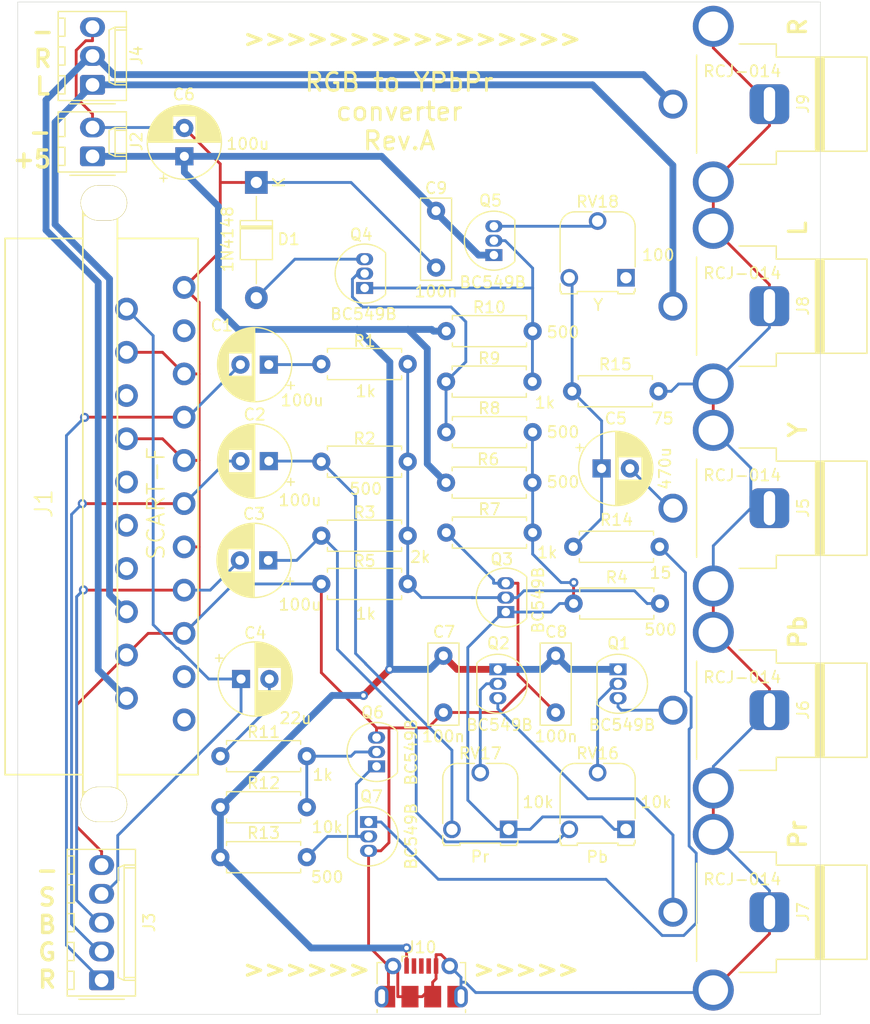
<source format=kicad_pcb>
(kicad_pcb (version 20171130) (host pcbnew "(5.1.12)-1")
  (layers (0 F.Cu signal) (31 B.Cu signal) (34 B.Paste user hide) (35 F.Paste user hide) (36 B.SilkS user hide) (37 F.SilkS user hide) (38 B.Mask user hide) (39 F.Mask user hide) (44 Edge.Cuts user))
  (net 0 "")
  (net 1 R_IN)
  (net 2 "Net-(C1-Pad1)")
  (net 3 G_IN)
  (net 4 "Net-(C2-Pad1)")
  (net 5 B_IN)
  (net 6 "Net-(C3-Pad1)")
  (net 7 "Net-(C4-Pad2)")
  (net 8 CSYNC_IN)
  (net 9 Y_OUT)
  (net 10 "Net-(C5-Pad1)")
  (net 11 "Net-(D1-Pad2)")
  (net 12 GND)
  (net 13 Audio_L)
  (net 14 Audio_R)
  (net 15 +5V)
  (net 16 Pb_OUT)
  (net 17 Pr_OUT)
  (net 18 "Net-(Q1-Pad2)")
  (net 19 "Net-(Q2-Pad2)")
  (net 20 "Net-(Q3-Pad1)")
  (net 21 "Net-(Q3-Pad2)")
  (net 22 "Net-(Q4-Pad1)")
  (net 23 "Net-(Q4-Pad2)")
  (net 24 "Net-(Q5-Pad3)")
  (net 25 "Net-(Q6-Pad1)")
  (net 26 "Net-(Q6-Pad2)")
  (net 27 "Net-(Q7-Pad1)")
  (module Connector_USB:USB_Micro-B_Molex-105017-0001 (layer F.Cu) (at 145.7 138.7)
    (fp_text reference J10 (at 0 -3.1125) (layer F.SilkS))
    (fp_text value USB_B_Micro)
    (pad 6 smd rect (at -2.9 1.2375) (size 1.2 1.9) (layers F.Cu F.Mask) (net 12 GND))
    (pad 6 smd rect (at 2.9 1.2375) (size 1.2 1.9) (layers F.Cu F.Mask) (net 12 GND))
    (pad 6 thru_hole oval (at 3.5 1.2375) (size 1.2 1.9) (drill oval 0.6 1.3) (layers *.Cu *.Mask) (net 12 GND))
    (pad 6 thru_hole oval (at -3.5 1.2375 180) (size 1.2 1.9) (drill oval 0.6 1.3) (layers *.Cu *.Mask) (net 12 GND))
    (pad 6 smd rect (at -1 1.2375) (size 1.5 1.9) (layers F.Cu F.Paste F.Mask) (net 12 GND))
    (pad 6 thru_hole circle (at 2.5 -1.4625) (size 1.45 1.45) (drill 0.85) (layers *.Cu *.Mask) (net 12 GND))
    (pad 3 smd rect (at 0 -1.4625) (size 0.4 1.35) (layers F.Cu F.Paste F.Mask))
    (pad 4 smd rect (at 0.65 -1.4625) (size 0.4 1.35) (layers F.Cu F.Paste F.Mask))
    (pad 5 smd rect (at 1.3 -1.4625) (size 0.4 1.35) (layers F.Cu F.Paste F.Mask) (net 12 GND))
    (pad 1 smd rect (at -1.3 -1.4625) (size 0.4 1.35) (layers F.Cu F.Paste F.Mask) (net 15 +5V))
    (pad 2 smd rect (at -0.65 -1.4625) (size 0.4 1.35) (layers F.Cu F.Paste F.Mask))
    (pad 6 thru_hole circle (at -2.5 -1.4625) (size 1.45 1.45) (drill 0.85) (layers *.Cu *.Mask) (net 12 GND))
    (pad 6 smd rect (at 1 1.2375) (size 1.5 1.9) (layers F.Cu F.Paste F.Mask) (net 12 GND))
  )
  (module my:SCART (layer F.Cu) (at 117.5 96.5 270)
    (fp_text reference J1 (at 0 5.10032 90) (layer F.SilkS) (effects (font (size 1.5 1.5))))
    (fp_text value SCART-F (at -0.025 -4.8 90) (layer F.SilkS) (effects (font (size 1.5 1.5))))
    (pad "" np_thru_hole oval (at 26.49982 -0.20066 270) (size 3.1 4.1) (drill oval 3 4) (layers *.Cu *.Mask F.SilkS))
    (pad 1 thru_hole circle (at 19.05 -7.27964 270) (size 1.99898 1.99898) (drill 1.19888) (layers *.Cu *.Mask))
    (pad 2 thru_hole circle (at 17.145 -2.19964 270) (size 1.99898 1.99898) (drill 1.19888) (layers *.Cu *.Mask) (net 14 Audio_R))
    (pad 3 thru_hole circle (at 15.24 -7.27964 270) (size 1.99898 1.99898) (drill 1.19888) (layers *.Cu *.Mask))
    (pad 4 thru_hole circle (at 13.335 -2.19964 270) (size 1.99898 1.99898) (drill 1.19888) (layers *.Cu *.Mask) (net 12 GND))
    (pad 5 thru_hole circle (at 11.43 -7.27964 270) (size 1.99898 1.99898) (drill 1.19888) (layers *.Cu *.Mask) (net 12 GND))
    (pad 6 thru_hole circle (at 9.525 -2.19964 270) (size 1.99898 1.99898) (drill 1.19888) (layers *.Cu *.Mask) (net 13 Audio_L))
    (pad 7 thru_hole circle (at 7.62 -7.27964 270) (size 1.99898 1.99898) (drill 1.19888) (layers *.Cu *.Mask) (net 5 B_IN))
    (pad 8 thru_hole circle (at 5.715 -2.19964 270) (size 1.99898 1.99898) (drill 1.19888) (layers *.Cu *.Mask))
    (pad 9 thru_hole circle (at 3.81 -7.27964 270) (size 1.99898 1.99898) (drill 1.19888) (layers *.Cu *.Mask) (net 12 GND))
    (pad 10 thru_hole circle (at 1.905 -2.19964 270) (size 1.99898 1.99898) (drill 1.19888) (layers *.Cu *.Mask))
    (pad 11 thru_hole circle (at 0 -7.27964 270) (size 1.99898 1.99898) (drill 1.19888) (layers *.Cu *.Mask) (net 3 G_IN))
    (pad 12 thru_hole circle (at -1.905 -2.19964 270) (size 1.99898 1.99898) (drill 1.19888) (layers *.Cu *.Mask))
    (pad 13 thru_hole circle (at -3.81 -7.27964 270) (size 1.99898 1.99898) (drill 1.19888) (layers *.Cu *.Mask) (net 12 GND))
    (pad 14 thru_hole circle (at -5.715 -2.19964 270) (size 1.99898 1.99898) (drill 1.19888) (layers *.Cu *.Mask) (net 12 GND))
    (pad 15 thru_hole circle (at -7.62 -7.27964 270) (size 1.99898 1.99898) (drill 1.19888) (layers *.Cu *.Mask) (net 1 R_IN))
    (pad 16 thru_hole circle (at -9.525 -2.19964 270) (size 1.99898 1.99898) (drill 1.19888) (layers *.Cu *.Mask))
    (pad 17 thru_hole circle (at -11.43 -7.27964 270) (size 1.99898 1.99898) (drill 1.19888) (layers *.Cu *.Mask) (net 12 GND))
    (pad 18 thru_hole circle (at -13.335 -2.19964 270) (size 1.99898 1.99898) (drill 1.19888) (layers *.Cu *.Mask) (net 12 GND))
    (pad 19 thru_hole circle (at -15.24 -7.27964 270) (size 1.99898 1.99898) (drill 1.19888) (layers *.Cu *.Mask))
    (pad 20 thru_hole circle (at -17.145 -2.19964 270) (size 1.99898 1.99898) (drill 1.19888) (layers *.Cu *.Mask) (net 8 CSYNC_IN))
    (pad 21 thru_hole circle (at -19.05 -7.27964 270) (size 1.99898 1.99898) (drill 1.19888) (layers *.Cu *.Mask) (net 12 GND))
    (pad "" np_thru_hole oval (at -26.49982 -0.20066 270) (size 3.1 4.1) (drill oval 3 4) (layers *.Cu *.Mask F.SilkS))
  )
  (module Potentiometer_THT:Potentiometer_Runtron_RM-065_Vertical (layer F.Cu) (at 153.4 125.2 180)
    (fp_text reference RV17 (at 2.5 6.7) (layer F.SilkS))
    (fp_text value 10k)
    (fp_text user Pr (at 2.525 -2.4 180) (layer F.SilkS))
    (fp_text user %V (at -2.6 2.4 180) (layer F.SilkS))
    (pad 2 thru_hole circle (at 2.5 5 180) (size 1.55 1.55) (drill 1) (layers *.Cu *.Mask) (net 19 "Net-(Q2-Pad2)"))
    (pad 1 thru_hole rect (at 0 0 180) (size 1.55 1.55) (drill 1) (layers *.Cu *.Mask) (net 20 "Net-(Q3-Pad1)"))
    (pad 3 thru_hole circle (at 5 0 180) (size 1.55 1.55) (drill 1) (layers *.Cu *.Mask) (net 4 "Net-(C2-Pad1)"))
  )
  (module Capacitor_THT:C_Disc_D7.0mm_W2.5mm_P5.00mm (layer F.Cu) (at 147 75.7 90)
    (fp_text reference C9 (at 7 0 180) (layer F.SilkS))
    (fp_text value 100n)
    (fp_text user %V (at -2.1 0 180) (layer F.SilkS))
    (pad 2 thru_hole circle (at 5 0 90) (size 1.6 1.6) (drill 0.8) (layers *.Cu *.Mask) (net 15 +5V))
    (pad 1 thru_hole circle (at 0 0 90) (size 1.6 1.6) (drill 0.8) (layers *.Cu *.Mask) (net 12 GND))
  )
  (module Capacitor_THT:C_Disc_D7.0mm_W2.5mm_P5.00mm (layer F.Cu) (at 157.55 109.9 270)
    (fp_text reference C8 (at -2.1 -0.05 180) (layer F.SilkS))
    (fp_text value 100n)
    (fp_text user %V (at 7.1 -0.05) (layer F.SilkS))
    (pad 2 thru_hole circle (at 5 0 270) (size 1.6 1.6) (drill 0.8) (layers *.Cu *.Mask) (net 12 GND))
    (pad 1 thru_hole circle (at 0 0 270) (size 1.6 1.6) (drill 0.8) (layers *.Cu *.Mask) (net 15 +5V))
  )
  (module Capacitor_THT:C_Disc_D7.0mm_W2.5mm_P5.00mm (layer F.Cu) (at 147.65 109.9 270)
    (fp_text reference C7 (at -2.1 -0.05 180) (layer F.SilkS))
    (fp_text value 100n)
    (fp_text user %V (at 7.1 0) (layer F.SilkS))
    (pad 2 thru_hole circle (at 5 0 270) (size 1.6 1.6) (drill 0.8) (layers *.Cu *.Mask) (net 12 GND))
    (pad 1 thru_hole circle (at 0 0 270) (size 1.6 1.6) (drill 0.8) (layers *.Cu *.Mask) (net 15 +5V))
  )
  (module Capacitor_THT:CP_Radial_D6.3mm_P2.50mm (layer F.Cu) (at 124.8 65.9 90)
    (fp_text reference C6 (at 5.45 -0.05 180) (layer F.SilkS))
    (fp_text value 100u)
    (fp_text user %V (at 1.1 5.6 180) (layer F.SilkS))
    (pad 2 thru_hole circle (at 2.5 0 90) (size 1.6 1.6) (drill 0.8) (layers *.Cu *.Mask) (net 12 GND))
    (pad 1 thru_hole rect (at 0 0 90) (size 1.6 1.6) (drill 0.8) (layers *.Cu *.Mask) (net 15 +5V))
  )
  (module MountingHole:MountingHole_3.2mm_M3 (layer F.Cu) (at 164.3 137.625)
    (fp_text reference H4 hide)
    (fp_text value MountingHole)
    (pad 1 np_thru_hole circle (at 0 0) (size 3.2 3.2) (drill 3.2) (layers *.Cu *.Mask))
  )
  (module MountingHole:MountingHole_3.2mm_M3 (layer F.Cu) (at 164.3 55.6 180)
    (fp_text reference H3 hide)
    (fp_text value MountingHole)
    (pad 1 np_thru_hole circle (at 0 0 180) (size 3.2 3.2) (drill 3.2) (layers *.Cu *.Mask))
  )
  (module MountingHole:MountingHole_3.2mm_M3 (layer F.Cu) (at 125.4 137.625)
    (fp_text reference H2 hide)
    (fp_text value MountingHole)
    (pad 1 np_thru_hole circle (at 0 0) (size 3.2 3.2) (drill 3.2) (layers *.Cu *.Mask))
  )
  (module MountingHole:MountingHole_3.2mm_M3 (layer F.Cu) (at 125.4 55.6 180)
    (fp_text reference H1 hide)
    (fp_text value MountingHole)
    (pad 1 np_thru_hole circle (at 0 0 180) (size 3.2 3.2) (drill 3.2) (layers *.Cu *.Mask))
  )
  (module Potentiometer_THT:Potentiometer_Runtron_RM-065_Vertical (layer F.Cu) (at 163.75 76.6 180)
    (fp_text reference RV18 (at 2.5 6.7) (layer F.SilkS))
    (fp_text value 100)
    (fp_text user Y (at 2.45 -2.4 180) (layer F.SilkS))
    (fp_text user %V (at -2.85 2 180) (layer F.SilkS))
    (pad 3 thru_hole circle (at 5 0 180) (size 1.55 1.55) (drill 1) (layers *.Cu *.Mask) (net 10 "Net-(C5-Pad1)"))
    (pad 1 thru_hole rect (at 0 0 180) (size 1.55 1.55) (drill 1) (layers *.Cu *.Mask))
    (pad 2 thru_hole circle (at 2.5 5 180) (size 1.55 1.55) (drill 1) (layers *.Cu *.Mask) (net 24 "Net-(Q5-Pad3)"))
  )
  (module Potentiometer_THT:Potentiometer_Runtron_RM-065_Vertical (layer F.Cu) (at 163.75 125.2 180)
    (fp_text reference RV16 (at 2.5 6.7) (layer F.SilkS))
    (fp_text value 10k)
    (fp_text user Pb (at 2.525 -2.425 180) (layer F.SilkS))
    (fp_text user %V (at -2.65 2.4 180) (layer F.SilkS))
    (pad 2 thru_hole circle (at 2.5 5 180) (size 1.55 1.55) (drill 1) (layers *.Cu *.Mask) (net 18 "Net-(Q1-Pad2)"))
    (pad 1 thru_hole rect (at 0 0 180) (size 1.55 1.55) (drill 1) (layers *.Cu *.Mask) (net 20 "Net-(Q3-Pad1)"))
    (pad 3 thru_hole circle (at 5 0 180) (size 1.55 1.55) (drill 1) (layers *.Cu *.Mask) (net 6 "Net-(C3-Pad1)"))
  )
  (module Resistor_THT:R_Axial_DIN0207_L6.3mm_D2.5mm_P7.62mm_Horizontal (layer F.Cu) (at 159 86.6)
    (fp_text reference R15 (at 3.81 -2.37) (layer F.SilkS))
    (fp_text value 75)
    (fp_text user %V (at 8 2.4) (layer F.SilkS))
    (pad 2 thru_hole oval (at 7.62 0) (size 1.6 1.6) (drill 0.8) (layers *.Cu *.Mask) (net 12 GND))
    (pad 1 thru_hole circle (at 0 0) (size 1.6 1.6) (drill 0.8) (layers *.Cu *.Mask) (net 10 "Net-(C5-Pad1)"))
  )
  (module Resistor_THT:R_Axial_DIN0207_L6.3mm_D2.5mm_P7.62mm_Horizontal (layer F.Cu) (at 159.1 100.3)
    (fp_text reference R14 (at 3.81 -2.37) (layer F.SilkS))
    (fp_text value 15)
    (fp_text user %V (at 7.7 2.3) (layer F.SilkS))
    (pad 2 thru_hole oval (at 7.62 0) (size 1.6 1.6) (drill 0.8) (layers *.Cu *.Mask) (net 27 "Net-(Q7-Pad1)"))
    (pad 1 thru_hole circle (at 0 0) (size 1.6 1.6) (drill 0.8) (layers *.Cu *.Mask) (net 10 "Net-(C5-Pad1)"))
  )
  (module Resistor_THT:R_Axial_DIN0207_L6.3mm_D2.5mm_P7.62mm_Horizontal (layer F.Cu) (at 135.6 127.65 180)
    (fp_text reference R13 (at 3.81 2.13) (layer F.SilkS))
    (fp_text value 500)
    (fp_text user %V (at -1.8 -1.75 180) (layer F.SilkS))
    (pad 2 thru_hole oval (at 7.62 0 180) (size 1.6 1.6) (drill 0.8) (layers *.Cu *.Mask) (net 15 +5V))
    (pad 1 thru_hole circle (at 0 0 180) (size 1.6 1.6) (drill 0.8) (layers *.Cu *.Mask) (net 25 "Net-(Q6-Pad1)"))
  )
  (module Resistor_THT:R_Axial_DIN0207_L6.3mm_D2.5mm_P7.62mm_Horizontal (layer F.Cu) (at 135.6 123.25 180)
    (fp_text reference R12 (at 3.81 2.13) (layer F.SilkS))
    (fp_text value 10k)
    (fp_text user %V (at -1.8 -1.75 180) (layer F.SilkS))
    (pad 2 thru_hole oval (at 7.62 0 180) (size 1.6 1.6) (drill 0.8) (layers *.Cu *.Mask) (net 15 +5V))
    (pad 1 thru_hole circle (at 0 0 180) (size 1.6 1.6) (drill 0.8) (layers *.Cu *.Mask) (net 26 "Net-(Q6-Pad2)"))
  )
  (module Resistor_THT:R_Axial_DIN0207_L6.3mm_D2.5mm_P7.62mm_Horizontal (layer F.Cu) (at 135.6 118.75 180)
    (fp_text reference R11 (at 3.81 2.13) (layer F.SilkS))
    (fp_text value 1k)
    (fp_text user %V (at -1.4 -1.65 180) (layer F.SilkS))
    (pad 2 thru_hole oval (at 7.62 0 180) (size 1.6 1.6) (drill 0.8) (layers *.Cu *.Mask) (net 7 "Net-(C4-Pad2)"))
    (pad 1 thru_hole circle (at 0 0 180) (size 1.6 1.6) (drill 0.8) (layers *.Cu *.Mask) (net 26 "Net-(Q6-Pad2)"))
  )
  (module Resistor_THT:R_Axial_DIN0207_L6.3mm_D2.5mm_P7.62mm_Horizontal (layer F.Cu) (at 147.9 81.3)
    (fp_text reference R10 (at 3.8 -2.1) (layer F.SilkS))
    (fp_text value 500)
    (fp_text user %V (at 10.3 0.1) (layer F.SilkS))
    (pad 1 thru_hole circle (at 0 0) (size 1.6 1.6) (drill 0.8) (layers *.Cu *.Mask) (net 15 +5V))
    (pad 2 thru_hole oval (at 7.62 0) (size 1.6 1.6) (drill 0.8) (layers *.Cu *.Mask) (net 22 "Net-(Q4-Pad1)"))
  )
  (module Resistor_THT:R_Axial_DIN0207_L6.3mm_D2.5mm_P7.62mm_Horizontal (layer F.Cu) (at 155.5 85.75 180)
    (fp_text reference R9 (at 3.81 2.05) (layer F.SilkS))
    (fp_text value 1k)
    (fp_text user %V (at -1.1 -1.85 180) (layer F.SilkS))
    (pad 1 thru_hole circle (at 0 0 180) (size 1.6 1.6) (drill 0.8) (layers *.Cu *.Mask) (net 22 "Net-(Q4-Pad1)"))
    (pad 2 thru_hole oval (at 7.62 0 180) (size 1.6 1.6) (drill 0.8) (layers *.Cu *.Mask) (net 23 "Net-(Q4-Pad2)"))
  )
  (module Resistor_THT:R_Axial_DIN0207_L6.3mm_D2.5mm_P7.62mm_Horizontal (layer F.Cu) (at 147.9 90.2)
    (fp_text reference R8 (at 3.8 -2.1) (layer F.SilkS))
    (fp_text value 500)
    (fp_text user %V (at 10.3 0) (layer F.SilkS))
    (pad 1 thru_hole circle (at 0 0) (size 1.6 1.6) (drill 0.8) (layers *.Cu *.Mask) (net 23 "Net-(Q4-Pad2)"))
    (pad 2 thru_hole oval (at 7.62 0) (size 1.6 1.6) (drill 0.8) (layers *.Cu *.Mask) (net 20 "Net-(Q3-Pad1)"))
  )
  (module Resistor_THT:R_Axial_DIN0207_L6.3mm_D2.5mm_P7.62mm_Horizontal (layer F.Cu) (at 147.9 99.05)
    (fp_text reference R7 (at 3.81 -2.05) (layer F.SilkS))
    (fp_text value 1k)
    (fp_text user %V (at 8.9 1.75) (layer F.SilkS))
    (pad 1 thru_hole circle (at 0 0) (size 1.6 1.6) (drill 0.8) (layers *.Cu *.Mask) (net 12 GND))
    (pad 2 thru_hole oval (at 7.62 0) (size 1.6 1.6) (drill 0.8) (layers *.Cu *.Mask) (net 20 "Net-(Q3-Pad1)"))
  )
  (module Resistor_THT:R_Axial_DIN0207_L6.3mm_D2.5mm_P7.62mm_Horizontal (layer F.Cu) (at 155.5 94.65 180)
    (fp_text reference R6 (at 3.9 2.05) (layer F.SilkS))
    (fp_text value 500)
    (fp_text user %V (at -2.7 0.05 180) (layer F.SilkS))
    (pad 1 thru_hole circle (at 0 0 180) (size 1.6 1.6) (drill 0.8) (layers *.Cu *.Mask) (net 20 "Net-(Q3-Pad1)"))
    (pad 2 thru_hole oval (at 7.62 0 180) (size 1.6 1.6) (drill 0.8) (layers *.Cu *.Mask) (net 15 +5V))
  )
  (module Resistor_THT:R_Axial_DIN0207_L6.3mm_D2.5mm_P7.62mm_Horizontal (layer F.Cu) (at 144.5 103.575 180)
    (fp_text reference R5 (at 3.81 2.025) (layer F.SilkS))
    (fp_text value 1k)
    (fp_text user %V (at 3.7 -2.625 180) (layer F.SilkS))
    (pad 2 thru_hole oval (at 7.62 0 180) (size 1.6 1.6) (drill 0.8) (layers *.Cu *.Mask) (net 12 GND))
    (pad 1 thru_hole circle (at 0 0 180) (size 1.6 1.6) (drill 0.8) (layers *.Cu *.Mask) (net 21 "Net-(Q3-Pad2)"))
  )
  (module Resistor_THT:R_Axial_DIN0207_L6.3mm_D2.5mm_P7.62mm_Horizontal (layer F.Cu) (at 166.75 105.3 180)
    (fp_text reference R4 (at 3.81 2.3) (layer F.SilkS))
    (fp_text value 500)
    (fp_text user %V (at -0.05 -2.3 180) (layer F.SilkS))
    (pad 2 thru_hole oval (at 7.62 0 180) (size 1.6 1.6) (drill 0.8) (layers *.Cu *.Mask) (net 20 "Net-(Q3-Pad1)"))
    (pad 1 thru_hole circle (at 0 0 180) (size 1.6 1.6) (drill 0.8) (layers *.Cu *.Mask) (net 21 "Net-(Q3-Pad2)"))
  )
  (module Resistor_THT:R_Axial_DIN0207_L6.3mm_D2.5mm_P7.62mm_Horizontal (layer F.Cu) (at 144.5 99.325 180)
    (fp_text reference R3 (at 3.81 2.05) (layer F.SilkS))
    (fp_text value 2k)
    (fp_text user %V (at -1.1 -1.875 180) (layer F.SilkS))
    (pad 2 thru_hole oval (at 7.62 0 180) (size 1.6 1.6) (drill 0.8) (layers *.Cu *.Mask) (net 6 "Net-(C3-Pad1)"))
    (pad 1 thru_hole circle (at 0 0 180) (size 1.6 1.6) (drill 0.8) (layers *.Cu *.Mask) (net 21 "Net-(Q3-Pad2)"))
  )
  (module Resistor_THT:R_Axial_DIN0207_L6.3mm_D2.5mm_P7.62mm_Horizontal (layer F.Cu) (at 144.5 92.8 180)
    (fp_text reference R2 (at 3.81 2.03) (layer F.SilkS))
    (fp_text value 500)
    (fp_text user %V (at 3.7 -2.4 180) (layer F.SilkS))
    (pad 2 thru_hole oval (at 7.62 0 180) (size 1.6 1.6) (drill 0.8) (layers *.Cu *.Mask) (net 4 "Net-(C2-Pad1)"))
    (pad 1 thru_hole circle (at 0 0 180) (size 1.6 1.6) (drill 0.8) (layers *.Cu *.Mask) (net 21 "Net-(Q3-Pad2)"))
  )
  (module Resistor_THT:R_Axial_DIN0207_L6.3mm_D2.5mm_P7.62mm_Horizontal (layer F.Cu) (at 144.5 84.2 180)
    (fp_text reference R1 (at 3.81 2.03) (layer F.SilkS))
    (fp_text value 1k)
    (fp_text user %V (at 3.7 -2.4 180) (layer F.SilkS))
    (pad 2 thru_hole oval (at 7.62 0 180) (size 1.6 1.6) (drill 0.8) (layers *.Cu *.Mask) (net 2 "Net-(C1-Pad1)"))
    (pad 1 thru_hole circle (at 0 0 180) (size 1.6 1.6) (drill 0.8) (layers *.Cu *.Mask) (net 21 "Net-(Q3-Pad2)"))
  )
  (module Package_TO_SOT_THT:TO-92_Inline (layer F.Cu) (at 141.05 124.55 270)
    (fp_text reference Q7 (at -2.25 -0.25 180) (layer F.SilkS))
    (fp_text value BC549B)
    (fp_text user %V (at 1.25 -3.75 90) (layer F.SilkS))
    (pad 1 thru_hole rect (at 0 0 270) (size 1.05 1.5) (drill 0.75) (layers *.Cu *.Mask) (net 27 "Net-(Q7-Pad1)"))
    (pad 3 thru_hole oval (at 2.54 0 270) (size 1.05 1.5) (drill 0.75) (layers *.Cu *.Mask) (net 12 GND))
    (pad 2 thru_hole oval (at 1.27 0 270) (size 1.05 1.5) (drill 0.75) (layers *.Cu *.Mask) (net 25 "Net-(Q6-Pad1)"))
  )
  (module Package_TO_SOT_THT:TO-92_Inline (layer F.Cu) (at 141.75 119.65 90)
    (fp_text reference Q6 (at 4.75 -0.35 180) (layer F.SilkS))
    (fp_text value BC549B)
    (fp_text user %V (at 1.25 3.05 90) (layer F.SilkS))
    (pad 1 thru_hole rect (at 0 0 90) (size 1.05 1.5) (drill 0.75) (layers *.Cu *.Mask) (net 25 "Net-(Q6-Pad1)"))
    (pad 3 thru_hole oval (at 2.54 0 90) (size 1.05 1.5) (drill 0.75) (layers *.Cu *.Mask) (net 12 GND))
    (pad 2 thru_hole oval (at 1.27 0 90) (size 1.05 1.5) (drill 0.75) (layers *.Cu *.Mask) (net 26 "Net-(Q6-Pad2)"))
  )
  (module Package_TO_SOT_THT:TO-92_Inline (layer F.Cu) (at 152.1 74.6 90)
    (fp_text reference Q5 (at 4.8 -0.3 180) (layer F.SilkS))
    (fp_text value BC549B)
    (fp_text user %V (at -2.4 -0.1 180) (layer F.SilkS))
    (pad 1 thru_hole rect (at 0 0 90) (size 1.05 1.5) (drill 0.75) (layers *.Cu *.Mask) (net 15 +5V))
    (pad 3 thru_hole oval (at 2.54 0 90) (size 1.05 1.5) (drill 0.75) (layers *.Cu *.Mask) (net 24 "Net-(Q5-Pad3)"))
    (pad 2 thru_hole oval (at 1.27 0 90) (size 1.05 1.5) (drill 0.75) (layers *.Cu *.Mask) (net 22 "Net-(Q4-Pad1)"))
  )
  (module Package_TO_SOT_THT:TO-92_Inline (layer F.Cu) (at 140.7 77.5 90)
    (fp_text reference Q4 (at 4.7 -0.3 180) (layer F.SilkS))
    (fp_text value BC549B)
    (fp_text user %V (at -2.3 -0.1 180) (layer F.SilkS))
    (pad 1 thru_hole rect (at 0 0 90) (size 1.05 1.5) (drill 0.75) (layers *.Cu *.Mask) (net 22 "Net-(Q4-Pad1)"))
    (pad 3 thru_hole oval (at 2.54 0 90) (size 1.05 1.5) (drill 0.75) (layers *.Cu *.Mask) (net 11 "Net-(D1-Pad2)"))
    (pad 2 thru_hole oval (at 1.27 0 90) (size 1.05 1.5) (drill 0.75) (layers *.Cu *.Mask) (net 23 "Net-(Q4-Pad2)"))
  )
  (module Package_TO_SOT_THT:TO-92_Inline (layer F.Cu) (at 153.15 106.05 90)
    (fp_text reference Q3 (at 4.65 -0.35 180) (layer F.SilkS))
    (fp_text value BC549B)
    (fp_text user %V (at 1.05 2.85 90) (layer F.SilkS))
    (pad 2 thru_hole oval (at 1.27 0 90) (size 1.05 1.5) (drill 0.75) (layers *.Cu *.Mask) (net 21 "Net-(Q3-Pad2)"))
    (pad 3 thru_hole oval (at 2.54 0 90) (size 1.05 1.5) (drill 0.75) (layers *.Cu *.Mask) (net 12 GND))
    (pad 1 thru_hole rect (at 0 0 90) (size 1.05 1.5) (drill 0.75) (layers *.Cu *.Mask) (net 20 "Net-(Q3-Pad1)"))
  )
  (module Package_TO_SOT_THT:TO-92_Inline (layer F.Cu) (at 152.45 111.1 270)
    (fp_text reference Q2 (at -2.3 -0.05 180) (layer F.SilkS))
    (fp_text value BC549B)
    (fp_text user %V (at 4.9 -0.15) (layer F.SilkS))
    (pad 1 thru_hole rect (at 0 0 270) (size 1.05 1.5) (drill 0.75) (layers *.Cu *.Mask) (net 15 +5V))
    (pad 3 thru_hole oval (at 2.54 0 270) (size 1.05 1.5) (drill 0.75) (layers *.Cu *.Mask) (net 17 Pr_OUT))
    (pad 2 thru_hole oval (at 1.27 0 270) (size 1.05 1.5) (drill 0.75) (layers *.Cu *.Mask) (net 19 "Net-(Q2-Pad2)"))
  )
  (module Package_TO_SOT_THT:TO-92_Inline (layer F.Cu) (at 163.05 111.1 270)
    (fp_text reference Q1 (at -2.3 -0.05 180) (layer F.SilkS))
    (fp_text value BC549B)
    (fp_text user %V (at 4.9 -0.35) (layer F.SilkS))
    (pad 1 thru_hole rect (at 0 0 270) (size 1.05 1.5) (drill 0.75) (layers *.Cu *.Mask) (net 15 +5V))
    (pad 3 thru_hole oval (at 2.54 0 270) (size 1.05 1.5) (drill 0.75) (layers *.Cu *.Mask) (net 16 Pb_OUT))
    (pad 2 thru_hole oval (at 1.27 0 270) (size 1.05 1.5) (drill 0.75) (layers *.Cu *.Mask) (net 18 "Net-(Q1-Pad2)"))
  )
  (module my:CUI_RCJ-01X-WIDE (layer F.Cu) (at 174.5 61.3 270)
    (fp_text reference J9 (at -0.03 -4.86912 270) (layer F.SilkS))
    (fp_text value RCJ-014 hide)
    (fp_text user %V (at -2.9 0.5) (layer F.SilkS))
    (pad 1 thru_hole circle (at 0 6.604 270) (size 2.55 2.55) (drill 1.7) (layers *.Cu *.Mask) (net 14 Audio_R))
    (pad 2 thru_hole roundrect (at 0 -1.905 90) (size 3.50012 3.50012) (drill oval 3 1) (layers *.Cu *.Mask) (roundrect_rratio 0.214) (net 12 GND))
    (pad 2 thru_hole circle (at -6.858 3.048 270) (size 3.616 3.616) (drill 2.6) (layers *.Cu *.Mask) (net 12 GND))
    (pad 2 thru_hole circle (at 6.858 3.048 270) (size 3.616 3.616) (drill 2.6) (layers *.Cu *.Mask) (net 12 GND))
  )
  (module my:CUI_RCJ-01X-WIDE (layer F.Cu) (at 174.495 79.1 270)
    (fp_text reference J8 (at -0.03 -4.86912 270) (layer F.SilkS))
    (fp_text value RCJ-014 hide)
    (fp_text user %V (at -2.9 0.495) (layer F.SilkS))
    (pad 1 thru_hole circle (at 0 6.604 270) (size 2.55 2.55) (drill 1.7) (layers *.Cu *.Mask) (net 13 Audio_L))
    (pad 2 thru_hole roundrect (at 0 -1.905 90) (size 3.50012 3.50012) (drill oval 3 1) (layers *.Cu *.Mask) (roundrect_rratio 0.214) (net 12 GND))
    (pad 2 thru_hole circle (at -6.858 3.048 270) (size 3.616 3.616) (drill 2.6) (layers *.Cu *.Mask) (net 12 GND))
    (pad 2 thru_hole circle (at 6.858 3.048 270) (size 3.616 3.616) (drill 2.6) (layers *.Cu *.Mask) (net 12 GND))
  )
  (module my:CUI_RCJ-01X-WIDE (layer F.Cu) (at 174.5 132.5 270)
    (fp_text reference J7 (at -0.03 -4.86912 270) (layer F.SilkS))
    (fp_text value RCJ-014 hide)
    (fp_text user %V (at -2.9 0.5) (layer F.SilkS))
    (pad 1 thru_hole circle (at 0 6.604 270) (size 2.55 2.55) (drill 1.7) (layers *.Cu *.Mask) (net 17 Pr_OUT))
    (pad 2 thru_hole roundrect (at 0 -1.905 90) (size 3.50012 3.50012) (drill oval 3 1) (layers *.Cu *.Mask) (roundrect_rratio 0.214) (net 12 GND))
    (pad 2 thru_hole circle (at -6.858 3.048 270) (size 3.616 3.616) (drill 2.6) (layers *.Cu *.Mask) (net 12 GND))
    (pad 2 thru_hole circle (at 6.858 3.048 270) (size 3.616 3.616) (drill 2.6) (layers *.Cu *.Mask) (net 12 GND))
  )
  (module my:CUI_RCJ-01X-WIDE (layer F.Cu) (at 174.5 114.7 270)
    (fp_text reference J6 (at -0.03 -4.86912 270) (layer F.SilkS))
    (fp_text value RCJ-014 hide)
    (fp_text user %V (at -2.9 0.5) (layer F.SilkS))
    (pad 1 thru_hole circle (at 0 6.604 270) (size 2.55 2.55) (drill 1.7) (layers *.Cu *.Mask) (net 16 Pb_OUT))
    (pad 2 thru_hole roundrect (at 0 -1.905 90) (size 3.50012 3.50012) (drill oval 3 1) (layers *.Cu *.Mask) (roundrect_rratio 0.214) (net 12 GND))
    (pad 2 thru_hole circle (at -6.858 3.048 270) (size 3.616 3.616) (drill 2.6) (layers *.Cu *.Mask) (net 12 GND))
    (pad 2 thru_hole circle (at 6.858 3.048 270) (size 3.616 3.616) (drill 2.6) (layers *.Cu *.Mask) (net 12 GND))
  )
  (module my:CUI_RCJ-01X-WIDE (layer F.Cu) (at 174.5 96.9 270)
    (fp_text reference J5 (at -0.03 -4.86912 270) (layer F.SilkS))
    (fp_text value RCJ-014 hide)
    (fp_text user %V (at -2.9 0.5) (layer F.SilkS))
    (pad 1 thru_hole circle (at 0 6.604 270) (size 2.55 2.55) (drill 1.7) (layers *.Cu *.Mask) (net 9 Y_OUT))
    (pad 2 thru_hole roundrect (at 0 -1.905 90) (size 3.50012 3.50012) (drill oval 3 1) (layers *.Cu *.Mask) (roundrect_rratio 0.214) (net 12 GND))
    (pad 2 thru_hole circle (at -6.858 3.048 270) (size 3.616 3.616) (drill 2.6) (layers *.Cu *.Mask) (net 12 GND))
    (pad 2 thru_hole circle (at 6.858 3.048 270) (size 3.616 3.616) (drill 2.6) (layers *.Cu *.Mask) (net 12 GND))
  )
  (module Connector_Molex:Molex_KK-254_AE-6410-03A_1x03_P2.54mm_Vertical (layer F.Cu) (at 116.7 59.6 90)
    (fp_text reference J4 (at 2.59 3.88 90) (layer F.SilkS))
    (fp_text value Conn_01x03)
    (pad 3 thru_hole oval (at 5.08 0 90) (size 1.74 2.2) (drill 1.2) (layers *.Cu *.Mask) (net 12 GND))
    (pad 2 thru_hole oval (at 2.54 0 90) (size 1.74 2.2) (drill 1.2) (layers *.Cu *.Mask) (net 14 Audio_R))
    (pad 1 thru_hole roundrect (at 0 0 90) (size 1.74 2.2) (drill 1.2) (layers *.Cu *.Mask) (roundrect_rratio 0.143678) (net 13 Audio_L))
  )
  (module Connector_Molex:Molex_KK-254_AE-6410-05A_1x05_P2.54mm_Vertical (layer F.Cu) (at 117.5 138.5 90)
    (fp_text reference J3 (at 5.1 4.2 90) (layer F.SilkS))
    (fp_text value Conn_01x05)
    (pad 5 thru_hole oval (at 10.16 0 90) (size 1.74 2.2) (drill 1.2) (layers *.Cu *.Mask) (net 12 GND))
    (pad 4 thru_hole oval (at 7.62 0 90) (size 1.74 2.2) (drill 1.2) (layers *.Cu *.Mask) (net 8 CSYNC_IN))
    (pad 3 thru_hole oval (at 5.08 0 90) (size 1.74 2.2) (drill 1.2) (layers *.Cu *.Mask) (net 5 B_IN))
    (pad 2 thru_hole oval (at 2.54 0 90) (size 1.74 2.2) (drill 1.2) (layers *.Cu *.Mask) (net 3 G_IN))
    (pad 1 thru_hole roundrect (at 0 0 90) (size 1.74 2.2) (drill 1.2) (layers *.Cu *.Mask) (roundrect_rratio 0.143678) (net 1 R_IN))
  )
  (module Connector_Molex:Molex_KK-254_AE-6410-02A_1x02_P2.54mm_Vertical (layer F.Cu) (at 116.7 65.9 90)
    (fp_text reference J2 (at 1.32 3.88 90) (layer F.SilkS))
    (fp_text value Conn_01x02)
    (pad 2 thru_hole oval (at 2.54 0 90) (size 1.74 2.2) (drill 1.2) (layers *.Cu *.Mask) (net 12 GND))
    (pad 1 thru_hole roundrect (at 0 0 90) (size 1.74 2.2) (drill 1.2) (layers *.Cu *.Mask) (roundrect_rratio 0.143678) (net 15 +5V))
  )
  (module Diode_THT:D_T-1_P10.16mm_Horizontal (layer F.Cu) (at 131.15 68.2 270)
    (fp_text reference D1 (at 5 -2.85 180) (layer F.SilkS))
    (fp_text value 1N4148)
    (fp_text user K (at 0 -2 90) (layer F.SilkS))
    (fp_text user %V (at 5 2.55 90) (layer F.SilkS))
    (pad 2 thru_hole oval (at 10.16 0 270) (size 2 2) (drill 1) (layers *.Cu *.Mask) (net 11 "Net-(D1-Pad2)"))
    (pad 1 thru_hole rect (at 0 0 270) (size 2 2) (drill 1) (layers *.Cu *.Mask) (net 12 GND))
  )
  (module Capacitor_THT:CP_Radial_D6.3mm_P2.50mm (layer F.Cu) (at 161.6 93.4)
    (fp_text reference C5 (at 1.25 -4.4) (layer F.SilkS))
    (fp_text value 470u)
    (fp_text user %V (at 5.6 0 90) (layer F.SilkS))
    (pad 2 thru_hole circle (at 2.5 0) (size 1.6 1.6) (drill 0.8) (layers *.Cu *.Mask) (net 9 Y_OUT))
    (pad 1 thru_hole rect (at 0 0) (size 1.6 1.6) (drill 0.8) (layers *.Cu *.Mask) (net 10 "Net-(C5-Pad1)"))
  )
  (module Capacitor_THT:CP_Radial_D6.3mm_P2.50mm (layer F.Cu) (at 129.8 111.95)
    (fp_text reference C4 (at 1.25 -4.05) (layer F.SilkS))
    (fp_text value 22u)
    (fp_text user %V (at 4.8 3.45) (layer F.SilkS))
    (pad 2 thru_hole circle (at 2.5 0) (size 1.6 1.6) (drill 0.8) (layers *.Cu *.Mask) (net 7 "Net-(C4-Pad2)"))
    (pad 1 thru_hole rect (at 0 0) (size 1.6 1.6) (drill 0.8) (layers *.Cu *.Mask) (net 8 CSYNC_IN))
  )
  (module Capacitor_THT:CP_Radial_D6.3mm_P2.50mm (layer F.Cu) (at 132.2 101.5 180)
    (fp_text reference C3 (at 1.25 4.1) (layer F.SilkS))
    (fp_text value 100u)
    (fp_text user %V (at -2.8 -3.9 180) (layer F.SilkS))
    (pad 2 thru_hole circle (at 2.5 0 180) (size 1.6 1.6) (drill 0.8) (layers *.Cu *.Mask) (net 5 B_IN))
    (pad 1 thru_hole rect (at 0 0 180) (size 1.6 1.6) (drill 0.8) (layers *.Cu *.Mask) (net 6 "Net-(C3-Pad1)"))
  )
  (module Capacitor_THT:CP_Radial_D6.3mm_P2.50mm (layer F.Cu) (at 132.25 92.75 180)
    (fp_text reference C2 (at 1.25 4.1) (layer F.SilkS))
    (fp_text value 100u)
    (fp_text user %V (at -2.75 -3.45 180) (layer F.SilkS))
    (pad 2 thru_hole circle (at 2.5 0 180) (size 1.6 1.6) (drill 0.8) (layers *.Cu *.Mask) (net 3 G_IN))
    (pad 1 thru_hole rect (at 0 0 180) (size 1.6 1.6) (drill 0.8) (layers *.Cu *.Mask) (net 4 "Net-(C2-Pad1)"))
  )
  (module Capacitor_THT:CP_Radial_D6.3mm_P2.50mm (layer F.Cu) (at 132.25 84.25 180)
    (fp_text reference C1 (at 4.15 3.45) (layer F.SilkS))
    (fp_text value 100u)
    (fp_text user %V (at -2.95 -3.15 180) (layer F.SilkS))
    (pad 2 thru_hole circle (at 2.5 0 180) (size 1.6 1.6) (drill 0.8) (layers *.Cu *.Mask) (net 1 R_IN))
    (pad 1 thru_hole rect (at 0 0 180) (size 1.6 1.6) (drill 0.8) (layers *.Cu *.Mask) (net 2 "Net-(C1-Pad1)"))
  )
  (gr_text L (at 178.9 72.25 90) (layer F.SilkS) (effects (font (size 1.5 1.5) (thickness 0.3))))
  (gr_text ">>>>>>        >>>>>" (at 144.8 137.5) (layer F.SilkS) (effects (font (size 1.5 1.5) (thickness 0.3))))
  (gr_text >>>>>>>>>>>>>>>> (at 144.9 55.5) (layer F.SilkS) (effects (font (size 1.5 1.5) (thickness 0.3))))
  (gr_text "-\nS\nB\nG\nR" (at 112.7 133.6) (layer F.SilkS) (effects (font (size 1.5 1.5) (thickness 0.3))))
  (gr_text "-\n+5" (at 113.2 64.95) (layer F.SilkS) (effects (font (size 1.5 1.5) (thickness 0.3)) (justify right)))
  (gr_text "-\nR\nL" (at 112.3 57.3) (layer F.SilkS) (effects (font (size 1.5 1.5) (thickness 0.3))))
  (gr_text R (at 178.9 54.5 90) (layer F.SilkS) (effects (font (size 1.5 1.5) (thickness 0.3))))
  (gr_text Y (at 178.9 90 90) (layer F.SilkS) (effects (font (size 1.5 1.5) (thickness 0.3))))
  (gr_text Pb (at 178.9 107.8 90) (layer F.SilkS) (effects (font (size 1.5 1.5) (thickness 0.3))))
  (gr_text Pr (at 178.9 125.65 90) (layer F.SilkS) (effects (font (size 1.5 1.5) (thickness 0.3))))
  (gr_text "RGB to YPbPr\nconverter\nRev.A" (at 143.75 61.95) (layer F.SilkS) (effects (font (size 1.6 1.6) (thickness 0.25))))
  (gr_line (start 110.1 141.5) (end 110.1 52.3) (layer Edge.Cuts) (width 0.05))
  (gr_line (start 180.9 141.5) (end 110.1 141.5) (layer Edge.Cuts) (width 0.05))
  (gr_line (start 180.9 52.3) (end 180.9 141.5) (layer Edge.Cuts) (width 0.05))
  (gr_line (start 110.1 52.3) (end 180.9 52.3) (layer Edge.Cuts) (width 0.05))
  (segment (start 124.7796 88.88) (end 124.78 88.88) (width 0.25) (layer B.Cu) (net 1))
  (segment (start 124.7796 88.88) (end 116.02 88.88) (width 0.25) (layer F.Cu) (net 1))
  (segment (start 116.02 88.88) (end 116 88.9) (width 0.25) (layer F.Cu) (net 1))
  (segment (start 124.78 88.88) (end 124.7796 88.88) (width 0.25) (layer F.Cu) (net 1))
  (segment (start 117.5 138.5) (end 114.4 135.4) (width 0.25) (layer B.Cu) (net 1))
  (segment (start 114.4 135.4) (end 114.4 90.5) (width 0.25) (layer B.Cu) (net 1))
  (segment (start 114.4 90.5) (end 116 88.9) (width 0.25) (layer B.Cu) (net 1))
  (segment (start 129.75 84.25) (end 125.12 88.88) (width 0.25) (layer B.Cu) (net 1))
  (segment (start 125.12 88.88) (end 124.78 88.88) (width 0.25) (layer B.Cu) (net 1))
  (via (at 116 88.9) (size 0.8) (layers F.Cu B.Cu) (net 1))
  (segment (start 132.25 84.25) (end 136.83 84.25) (width 0.25) (layer B.Cu) (net 2))
  (segment (start 136.83 84.25) (end 136.88 84.2) (width 0.25) (layer B.Cu) (net 2))
  (segment (start 124.7796 96.5) (end 124.78 96.5) (width 0.25) (layer B.Cu) (net 3))
  (segment (start 124.7796 96.5) (end 115.8 96.5) (width 0.25) (layer F.Cu) (net 3))
  (segment (start 124.78 96.5) (end 124.7796 96.5) (width 0.25) (layer F.Cu) (net 3))
  (segment (start 117.5 135.96) (end 117.27 135.96) (width 0.25) (layer B.Cu) (net 3))
  (segment (start 117.27 135.96) (end 114.85 133.54) (width 0.25) (layer B.Cu) (net 3))
  (segment (start 114.85 133.54) (end 114.85 97.45) (width 0.25) (layer B.Cu) (net 3))
  (segment (start 114.85 97.45) (end 115.8 96.5) (width 0.25) (layer B.Cu) (net 3))
  (segment (start 124.78 96.5) (end 128.53 92.75) (width 0.25) (layer B.Cu) (net 3))
  (segment (start 128.53 92.75) (end 129.75 92.75) (width 0.25) (layer B.Cu) (net 3))
  (via (at 115.8 96.5) (size 0.8) (layers F.Cu B.Cu) (net 3))
  (segment (start 136.88 92.8) (end 139.9 95.82) (width 0.25) (layer B.Cu) (net 4))
  (segment (start 139.9 95.82) (end 139.9 109.7) (width 0.25) (layer B.Cu) (net 4))
  (segment (start 139.9 109.7) (end 140.8 110.6) (width 0.25) (layer B.Cu) (net 4))
  (segment (start 140.8 110.6) (end 140.8 110.625) (width 0.25) (layer B.Cu) (net 4))
  (segment (start 140.8 110.625) (end 148.4 118.225) (width 0.25) (layer B.Cu) (net 4))
  (segment (start 148.4 118.225) (end 148.4 125.2) (width 0.25) (layer B.Cu) (net 4))
  (segment (start 132.25 92.75) (end 136.83 92.75) (width 0.25) (layer B.Cu) (net 4))
  (segment (start 136.83 92.75) (end 136.88 92.8) (width 0.25) (layer B.Cu) (net 4))
  (segment (start 124.7796 104.12) (end 124.78 104.12) (width 0.25) (layer B.Cu) (net 5))
  (segment (start 124.78 104.12) (end 124.7796 104.12) (width 0.25) (layer F.Cu) (net 5))
  (segment (start 124.78 104.12) (end 127.08 104.12) (width 0.25) (layer B.Cu) (net 5))
  (segment (start 127.08 104.12) (end 129.7 101.5) (width 0.25) (layer B.Cu) (net 5))
  (segment (start 117.5 133.42) (end 117.27 133.42) (width 0.25) (layer B.Cu) (net 5))
  (segment (start 117.27 133.42) (end 115.3 131.45) (width 0.25) (layer B.Cu) (net 5))
  (segment (start 115.3 131.45) (end 115.3 104.7) (width 0.25) (layer B.Cu) (net 5))
  (segment (start 115.3 104.7) (end 115.9 104.1) (width 0.25) (layer B.Cu) (net 5))
  (segment (start 124.7796 104.12) (end 115.92 104.12) (width 0.25) (layer F.Cu) (net 5))
  (segment (start 115.92 104.12) (end 115.9 104.1) (width 0.25) (layer F.Cu) (net 5))
  (via (at 115.9 104.1) (size 0.8) (layers F.Cu B.Cu) (net 5))
  (segment (start 132.2 101.5) (end 134.705 101.5) (width 0.25) (layer B.Cu) (net 6))
  (segment (start 134.705 101.5) (end 136.88 99.325) (width 0.25) (layer B.Cu) (net 6))
  (segment (start 158.75 125.2) (end 157.65 126.3) (width 0.25) (layer B.Cu) (net 6))
  (segment (start 157.65 126.3) (end 147.872 126.3) (width 0.25) (layer B.Cu) (net 6))
  (segment (start 147.872 126.3) (end 145.25 123.678) (width 0.25) (layer B.Cu) (net 6))
  (segment (start 145.25 123.678) (end 145.25 116.285) (width 0.25) (layer B.Cu) (net 6))
  (segment (start 145.25 116.285) (end 138.3 109.335) (width 0.25) (layer B.Cu) (net 6))
  (segment (start 138.3 109.335) (end 138.3 100.745) (width 0.25) (layer B.Cu) (net 6))
  (segment (start 138.3 100.745) (end 136.88 99.325) (width 0.25) (layer B.Cu) (net 6))
  (segment (start 132.3 111.95) (end 132.3 114.43) (width 0.25) (layer B.Cu) (net 7))
  (segment (start 132.3 114.43) (end 127.98 118.75) (width 0.25) (layer B.Cu) (net 7))
  (segment (start 119.6996 79.355) (end 119.7 79.355) (width 0.25) (layer B.Cu) (net 8))
  (segment (start 129.8 111.95) (end 126.95 111.95) (width 0.25) (layer B.Cu) (net 8))
  (segment (start 126.95 111.95) (end 124.254 109.254) (width 0.25) (layer B.Cu) (net 8))
  (segment (start 124.254 109.254) (end 124.144 109.254) (width 0.25) (layer B.Cu) (net 8))
  (segment (start 124.144 109.254) (end 122.05 107.161) (width 0.25) (layer B.Cu) (net 8))
  (segment (start 122.05 107.161) (end 122.05 81.7054) (width 0.25) (layer B.Cu) (net 8))
  (segment (start 122.05 81.7054) (end 120.699 80.3545) (width 0.25) (layer B.Cu) (net 8))
  (segment (start 120.699 80.3545) (end 119.7 79.355) (width 0.25) (layer B.Cu) (net 8))
  (segment (start 129.8 111.95) (end 129.8 114.865) (width 0.25) (layer B.Cu) (net 8))
  (segment (start 129.8 114.865) (end 118.925 125.74) (width 0.25) (layer B.Cu) (net 8))
  (segment (start 118.925 125.74) (end 118.925 129.685) (width 0.25) (layer B.Cu) (net 8))
  (segment (start 118.925 129.685) (end 117.73 130.88) (width 0.25) (layer B.Cu) (net 8))
  (segment (start 117.73 130.88) (end 117.5 130.88) (width 0.25) (layer B.Cu) (net 8))
  (segment (start 164.1 93.4) (end 167.6 96.9) (width 0.25) (layer B.Cu) (net 9))
  (segment (start 167.6 96.9) (end 167.896 96.9) (width 0.25) (layer B.Cu) (net 9))
  (segment (start 159 86.6) (end 159 76.85) (width 0.25) (layer B.Cu) (net 10))
  (segment (start 159 76.85) (end 158.75 76.6) (width 0.25) (layer B.Cu) (net 10))
  (segment (start 161.6 93.4) (end 161.6 97.8) (width 0.25) (layer B.Cu) (net 10))
  (segment (start 161.6 97.8) (end 159.1 100.3) (width 0.25) (layer B.Cu) (net 10))
  (segment (start 161.6 93.4) (end 161.6 89.2) (width 0.25) (layer B.Cu) (net 10))
  (segment (start 161.6 89.2) (end 159 86.6) (width 0.25) (layer B.Cu) (net 10))
  (segment (start 131.15 78.36) (end 134.55 74.96) (width 0.25) (layer B.Cu) (net 11))
  (segment (start 134.55 74.96) (end 140.7 74.96) (width 0.25) (layer B.Cu) (net 11))
  (segment (start 144.7 139.9375) (end 145.7751 139.9375) (width 0.25) (layer F.Cu) (net 12))
  (segment (start 146.7 139.2999) (end 146.4127 139.2999) (width 0.25) (layer F.Cu) (net 12))
  (segment (start 146.4127 139.2999) (end 145.7751 139.9375) (width 0.25) (layer F.Cu) (net 12))
  (segment (start 146.7 139.2999) (end 146.7 138.6624) (width 0.25) (layer F.Cu) (net 12))
  (segment (start 146.7 139.9375) (end 146.7 139.2999) (width 0.25) (layer F.Cu) (net 12))
  (segment (start 149.2 139.9375) (end 148.6 139.9375) (width 0.25) (layer F.Cu) (net 12))
  (segment (start 142.2 139.9375) (end 142.8 139.9375) (width 0.25) (layer F.Cu) (net 12))
  (segment (start 144.7 139.9375) (end 143.6249 139.9375) (width 0.25) (layer F.Cu) (net 12))
  (segment (start 143.6249 139.9375) (end 143.6249 137.6624) (width 0.25) (layer F.Cu) (net 12))
  (segment (start 143.6249 137.6624) (end 143.2 137.2375) (width 0.25) (layer F.Cu) (net 12))
  (segment (start 148.2 137.2375) (end 149.2 138.2375) (width 0.25) (layer B.Cu) (net 12))
  (segment (start 149.2 138.2375) (end 149.2 138.6624) (width 0.25) (layer B.Cu) (net 12))
  (segment (start 147 137.2375) (end 147 136.2374) (width 0.25) (layer F.Cu) (net 12))
  (segment (start 147 136.2374) (end 147.45 136.2374) (width 0.25) (layer F.Cu) (net 12))
  (segment (start 147.45 136.2374) (end 148.2 136.9874) (width 0.25) (layer F.Cu) (net 12))
  (segment (start 148.2 136.9874) (end 148.2 137.2375) (width 0.25) (layer F.Cu) (net 12))
  (segment (start 146.7 138.6624) (end 147 138.3624) (width 0.25) (layer F.Cu) (net 12))
  (segment (start 147 138.3624) (end 147 137.2375) (width 0.25) (layer F.Cu) (net 12))
  (segment (start 142.8 137.2375) (end 143.2 137.2375) (width 0.25) (layer F.Cu) (net 12))
  (segment (start 141.05 127.09) (end 141.05 135.4875) (width 0.25) (layer F.Cu) (net 12))
  (segment (start 141.05 135.4875) (end 142.8 137.2375) (width 0.25) (layer F.Cu) (net 12))
  (segment (start 142.8 137.2375) (end 142.8 138.6624) (width 0.25) (layer F.Cu) (net 12))
  (segment (start 142.8 139.9375) (end 142.8 138.6624) (width 0.25) (layer F.Cu) (net 12))
  (segment (start 136.88 103.575) (end 136.88 111.3899) (width 0.25) (layer F.Cu) (net 12))
  (segment (start 136.88 111.3899) (end 141.75 116.2599) (width 0.25) (layer F.Cu) (net 12))
  (segment (start 124.7796 107.93) (end 121.6046 107.93) (width 0.25) (layer F.Cu) (net 12))
  (segment (start 121.6046 107.93) (end 119.6996 109.835) (width 0.25) (layer F.Cu) (net 12))
  (segment (start 126.1085 100.31) (end 126.1085 106.6011) (width 0.25) (layer F.Cu) (net 12))
  (segment (start 126.1085 106.6011) (end 124.7796 107.93) (width 0.25) (layer F.Cu) (net 12))
  (segment (start 126.1085 92.69) (end 126.1085 100.31) (width 0.25) (layer F.Cu) (net 12))
  (segment (start 126.1085 100.31) (end 124.7796 100.31) (width 0.25) (layer F.Cu) (net 12))
  (segment (start 126.1085 85.07) (end 126.1085 92.69) (width 0.25) (layer F.Cu) (net 12))
  (segment (start 126.1085 92.69) (end 124.7796 92.69) (width 0.25) (layer F.Cu) (net 12))
  (segment (start 119.6996 90.785) (end 122.8746 90.785) (width 0.25) (layer F.Cu) (net 12))
  (segment (start 122.8746 90.785) (end 124.7796 92.69) (width 0.25) (layer F.Cu) (net 12))
  (segment (start 124.7796 77.45) (end 126.1085 78.7789) (width 0.25) (layer F.Cu) (net 12))
  (segment (start 126.1085 78.7789) (end 126.1085 85.07) (width 0.25) (layer F.Cu) (net 12))
  (segment (start 126.1085 85.07) (end 124.7796 85.07) (width 0.25) (layer F.Cu) (net 12))
  (segment (start 119.6996 83.165) (end 122.8746 83.165) (width 0.25) (layer F.Cu) (net 12))
  (segment (start 122.8746 83.165) (end 124.7796 85.07) (width 0.25) (layer F.Cu) (net 12))
  (segment (start 127.9646 68.2) (end 127.9646 74.265) (width 0.25) (layer F.Cu) (net 12))
  (segment (start 127.9646 74.265) (end 124.7796 77.45) (width 0.25) (layer F.Cu) (net 12))
  (segment (start 147 75.7) (end 139.5 68.2) (width 0.25) (layer B.Cu) (net 12))
  (segment (start 139.5 68.2) (end 131.15 68.2) (width 0.25) (layer B.Cu) (net 12))
  (segment (start 155.1179 112.4679) (end 157.55 114.9) (width 0.25) (layer F.Cu) (net 12))
  (segment (start 154.2251 103.51) (end 154.2251 111.5751) (width 0.25) (layer F.Cu) (net 12))
  (segment (start 154.2251 111.5751) (end 155.1179 112.4679) (width 0.25) (layer F.Cu) (net 12))
  (segment (start 155.1179 112.4679) (end 152.6858 114.9) (width 0.25) (layer F.Cu) (net 12))
  (segment (start 152.6858 114.9) (end 147.65 114.9) (width 0.25) (layer F.Cu) (net 12))
  (segment (start 142.8501 116.2599) (end 146.2901 116.2599) (width 0.25) (layer F.Cu) (net 12))
  (segment (start 146.2901 116.2599) (end 147.65 114.9) (width 0.25) (layer F.Cu) (net 12))
  (segment (start 141.75 116.2599) (end 142.8501 116.2599) (width 0.25) (layer F.Cu) (net 12))
  (segment (start 142.8501 116.2599) (end 142.8501 126.365) (width 0.25) (layer F.Cu) (net 12))
  (segment (start 142.8501 126.365) (end 142.1251 127.09) (width 0.25) (layer F.Cu) (net 12))
  (segment (start 141.05 127.09) (end 142.1251 127.09) (width 0.25) (layer F.Cu) (net 12))
  (segment (start 124.8 63.4) (end 127.9646 66.5646) (width 0.25) (layer F.Cu) (net 12))
  (segment (start 127.9646 66.5646) (end 127.9646 68.2) (width 0.25) (layer F.Cu) (net 12))
  (segment (start 129.8249 68.2) (end 127.9646 68.2) (width 0.25) (layer F.Cu) (net 12))
  (segment (start 149.2 139.9375) (end 149.2 138.6624) (width 0.25) (layer B.Cu) (net 12))
  (segment (start 171.452 139.358) (end 171.2347 139.5753) (width 0.25) (layer B.Cu) (net 12))
  (segment (start 171.2347 139.5753) (end 150.4961 139.5753) (width 0.25) (layer B.Cu) (net 12))
  (segment (start 150.4961 139.5753) (end 149.5832 138.6624) (width 0.25) (layer B.Cu) (net 12))
  (segment (start 149.5832 138.6624) (end 149.2 138.6624) (width 0.25) (layer B.Cu) (net 12))
  (segment (start 136.88 103.575) (end 129.1346 103.575) (width 0.25) (layer B.Cu) (net 12))
  (segment (start 129.1346 103.575) (end 124.7796 107.93) (width 0.25) (layer B.Cu) (net 12))
  (segment (start 153.15 103.51) (end 154.2251 103.51) (width 0.25) (layer F.Cu) (net 12))
  (segment (start 141.75 117.11) (end 141.75 116.2599) (width 0.25) (layer F.Cu) (net 12))
  (segment (start 153.15 103.51) (end 152.0749 103.51) (width 0.25) (layer B.Cu) (net 12))
  (segment (start 152.0749 103.51) (end 152.0749 103.2249) (width 0.25) (layer B.Cu) (net 12))
  (segment (start 152.0749 103.2249) (end 147.9 99.05) (width 0.25) (layer B.Cu) (net 12))
  (segment (start 176.4 79.1) (end 176.4 81.005) (width 0.25) (layer B.Cu) (net 12))
  (segment (start 176.4 81.005) (end 171.447 85.958) (width 0.25) (layer B.Cu) (net 12))
  (segment (start 171.452 54.442) (end 171.452 56.347) (width 0.25) (layer F.Cu) (net 12))
  (segment (start 171.452 56.347) (end 176.405 61.3) (width 0.25) (layer F.Cu) (net 12))
  (segment (start 171.452 68.158) (end 176.405 63.205) (width 0.25) (layer F.Cu) (net 12))
  (segment (start 176.405 63.205) (end 176.405 61.3) (width 0.25) (layer F.Cu) (net 12))
  (segment (start 171.447 72.242) (end 171.452 72.237) (width 0.25) (layer F.Cu) (net 12))
  (segment (start 171.452 72.237) (end 171.452 68.158) (width 0.25) (layer F.Cu) (net 12))
  (segment (start 176.4 79.1) (end 176.4 77.195) (width 0.25) (layer F.Cu) (net 12))
  (segment (start 176.4 77.195) (end 171.447 72.242) (width 0.25) (layer F.Cu) (net 12))
  (segment (start 166.62 86.6) (end 167.7451 86.6) (width 0.25) (layer B.Cu) (net 12))
  (segment (start 171.447 85.958) (end 168.3871 85.958) (width 0.25) (layer B.Cu) (net 12))
  (segment (start 168.3871 85.958) (end 167.7451 86.6) (width 0.25) (layer B.Cu) (net 12))
  (segment (start 174.7639 96.9) (end 174.7639 93.3539) (width 0.25) (layer B.Cu) (net 12))
  (segment (start 174.7639 93.3539) (end 171.452 90.042) (width 0.25) (layer B.Cu) (net 12))
  (segment (start 171.452 103.758) (end 171.452 100.2119) (width 0.25) (layer B.Cu) (net 12))
  (segment (start 171.452 100.2119) (end 174.7639 96.9) (width 0.25) (layer B.Cu) (net 12))
  (segment (start 176.405 96.9) (end 174.7639 96.9) (width 0.25) (layer B.Cu) (net 12))
  (segment (start 171.452 125.642) (end 176.405 130.595) (width 0.25) (layer B.Cu) (net 12))
  (segment (start 176.405 130.595) (end 176.405 132.5) (width 0.25) (layer B.Cu) (net 12))
  (segment (start 171.452 139.358) (end 176.405 134.405) (width 0.25) (layer F.Cu) (net 12))
  (segment (start 176.405 134.405) (end 176.405 132.5) (width 0.25) (layer F.Cu) (net 12))
  (segment (start 176.405 114.7) (end 171.452 119.653) (width 0.25) (layer B.Cu) (net 12))
  (segment (start 171.452 119.653) (end 171.452 121.558) (width 0.25) (layer B.Cu) (net 12))
  (segment (start 171.452 107.842) (end 176.405 112.795) (width 0.25) (layer F.Cu) (net 12))
  (segment (start 176.405 112.795) (end 176.405 114.7) (width 0.25) (layer F.Cu) (net 12))
  (segment (start 171.452 103.758) (end 171.452 107.842) (width 0.25) (layer F.Cu) (net 12))
  (segment (start 171.452 121.558) (end 171.452 125.642) (width 0.25) (layer F.Cu) (net 12))
  (segment (start 171.452 90.042) (end 171.447 90.037) (width 0.25) (layer F.Cu) (net 12))
  (segment (start 171.447 90.037) (end 171.447 85.958) (width 0.25) (layer F.Cu) (net 12))
  (segment (start 116.7 63.36) (end 116.7 62.1649) (width 0.25) (layer F.Cu) (net 12))
  (segment (start 116.7 54.52) (end 116.7 55.7151) (width 0.25) (layer F.Cu) (net 12))
  (segment (start 116.7 55.7151) (end 116.1025 55.7151) (width 0.25) (layer F.Cu) (net 12))
  (segment (start 116.1025 55.7151) (end 115.2579 56.5597) (width 0.25) (layer F.Cu) (net 12))
  (segment (start 115.2579 56.5597) (end 115.2579 60.7228) (width 0.25) (layer F.Cu) (net 12))
  (segment (start 115.2579 60.7228) (end 116.7 62.1649) (width 0.25) (layer F.Cu) (net 12))
  (segment (start 117.5 128.34) (end 117.5 127.1449) (width 0.25) (layer F.Cu) (net 12))
  (segment (start 117.5 127.1449) (end 115.3039 124.9488) (width 0.25) (layer F.Cu) (net 12))
  (segment (start 115.3039 124.9488) (end 115.3039 114.2307) (width 0.25) (layer F.Cu) (net 12))
  (segment (start 115.3039 114.2307) (end 119.6996 109.835) (width 0.25) (layer F.Cu) (net 12))
  (segment (start 116.7 63.36) (end 124.76 63.36) (width 0.25) (layer B.Cu) (net 12))
  (segment (start 124.76 63.36) (end 124.8 63.4) (width 0.25) (layer B.Cu) (net 12))
  (segment (start 131.15 68.2) (end 129.8249 68.2) (width 0.25) (layer F.Cu) (net 12))
  (segment (start 118.95 105.2755) (end 118.9501 105.2755) (width 0.25) (layer B.Cu) (net 13))
  (segment (start 118.9501 105.2755) (end 119.6996 106.025) (width 0.25) (layer B.Cu) (net 13))
  (segment (start 118.95 105.2755) (end 118.2 104.526) (width 0.6) (layer B.Cu) (net 13))
  (segment (start 119.7 106.025) (end 118.95 105.2755) (width 0.6) (layer B.Cu) (net 13))
  (segment (start 118.2 104.5) (end 118.2 104.526) (width 0.25) (layer B.Cu) (net 13))
  (segment (start 118.2 104.5) (end 118.2 76.7001) (width 0.6) (layer B.Cu) (net 13))
  (segment (start 118.2 76.7001) (end 113.4 71.9) (width 0.6) (layer B.Cu) (net 13))
  (segment (start 113.4 71.9) (end 113.4 62.9) (width 0.6) (layer B.Cu) (net 13))
  (segment (start 113.4 62.9) (end 115.76 60.5398) (width 0.6) (layer B.Cu) (net 13))
  (segment (start 115.76 60.5398) (end 116.7 59.6) (width 0.6) (layer B.Cu) (net 13))
  (segment (start 116.7 59.6) (end 160.8 59.6) (width 0.6) (layer B.Cu) (net 13))
  (segment (start 160.8 59.6) (end 167.891 66.691) (width 0.6) (layer B.Cu) (net 13))
  (segment (start 167.891 66.691) (end 167.891 79.1) (width 0.6) (layer B.Cu) (net 13))
  (segment (start 119.6996 113.6446) (end 119.6996 113.645) (width 0.25) (layer B.Cu) (net 14))
  (segment (start 119.6996 113.6446) (end 117.2 111.145) (width 0.6) (layer B.Cu) (net 14))
  (segment (start 117.2 111.145) (end 117.2 77) (width 0.6) (layer B.Cu) (net 14))
  (segment (start 117.2 77) (end 112.6 72.4) (width 0.6) (layer B.Cu) (net 14))
  (segment (start 112.6 72.4) (end 112.6 60.93) (width 0.6) (layer B.Cu) (net 14))
  (segment (start 112.6 60.93) (end 116.47 57.06) (width 0.6) (layer B.Cu) (net 14))
  (segment (start 116.47 57.06) (end 116.7 57.06) (width 0.6) (layer B.Cu) (net 14))
  (segment (start 119.7 113.645) (end 119.6996 113.6446) (width 0.6) (layer B.Cu) (net 14))
  (segment (start 116.7 57.06) (end 116.93 57.06) (width 0.6) (layer B.Cu) (net 14))
  (segment (start 116.93 57.06) (end 118.57 58.7) (width 0.6) (layer B.Cu) (net 14))
  (segment (start 118.57 58.7) (end 165.296 58.7) (width 0.6) (layer B.Cu) (net 14))
  (segment (start 165.296 58.7) (end 167.896 61.3) (width 0.6) (layer B.Cu) (net 14))
  (segment (start 140.05 81.15) (end 144.525 81.15) (width 0.6) (layer B.Cu) (net 15))
  (segment (start 144.4 137.2375) (end 144.4 135.65) (width 0.25) (layer F.Cu) (net 15))
  (segment (start 144.4 137.25) (end 144.4 137.2375) (width 0.25) (layer F.Cu) (net 15))
  (segment (start 152.1 74.6) (end 150.75 74.6) (width 0.6) (layer B.Cu) (net 15))
  (segment (start 150.75 74.6) (end 147 70.85) (width 0.6) (layer B.Cu) (net 15))
  (segment (start 147 70.85) (end 147 70.7) (width 0.6) (layer B.Cu) (net 15))
  (segment (start 124.8 65.9) (end 142.2 65.9) (width 0.6) (layer B.Cu) (net 15))
  (segment (start 142.2 65.9) (end 147 70.7) (width 0.6) (layer B.Cu) (net 15))
  (segment (start 147.9 81.3) (end 146.769 81.3) (width 0.6) (layer B.Cu) (net 15))
  (segment (start 146.769 81.3) (end 146.619 81.15) (width 0.6) (layer B.Cu) (net 15))
  (segment (start 146.619 81.15) (end 144.525 81.15) (width 0.6) (layer B.Cu) (net 15))
  (segment (start 144.525 81.15) (end 146.225 82.85) (width 0.6) (layer B.Cu) (net 15))
  (segment (start 146.225 82.85) (end 146.225 92.995) (width 0.6) (layer B.Cu) (net 15))
  (segment (start 146.225 92.995) (end 147.88 94.65) (width 0.6) (layer B.Cu) (net 15))
  (segment (start 163.05 111.1) (end 158.75 111.1) (width 0.6) (layer B.Cu) (net 15))
  (segment (start 158.75 111.1) (end 157.55 109.9) (width 0.6) (layer B.Cu) (net 15))
  (segment (start 152.45 111.1) (end 156.35 111.1) (width 0.6) (layer B.Cu) (net 15))
  (segment (start 156.35 111.1) (end 157.55 109.9) (width 0.6) (layer B.Cu) (net 15))
  (segment (start 147.65 109.9) (end 146.45 111.1) (width 0.6) (layer B.Cu) (net 15))
  (segment (start 146.45 111.1) (end 142.9 111.1) (width 0.6) (layer B.Cu) (net 15))
  (segment (start 152.45 111.1) (end 148.85 111.1) (width 0.6) (layer F.Cu) (net 15))
  (segment (start 148.85 111.1) (end 147.65 109.9) (width 0.6) (layer F.Cu) (net 15))
  (segment (start 124.8 65.9) (end 124.8 67.3) (width 0.6) (layer B.Cu) (net 15))
  (segment (start 124.8 67.3) (end 127.8 70.3) (width 0.6) (layer B.Cu) (net 15))
  (segment (start 127.8 70.3) (end 127.8 79.4) (width 0.6) (layer B.Cu) (net 15))
  (segment (start 127.8 79.4) (end 129.55 81.15) (width 0.6) (layer B.Cu) (net 15))
  (segment (start 129.55 81.15) (end 140.05 81.15) (width 0.6) (layer B.Cu) (net 15))
  (segment (start 127.98 127.65) (end 135.98 135.65) (width 0.6) (layer B.Cu) (net 15))
  (segment (start 135.98 135.65) (end 144.4 135.65) (width 0.6) (layer B.Cu) (net 15))
  (segment (start 127.98 123.25) (end 137.83 113.4) (width 0.6) (layer B.Cu) (net 15))
  (segment (start 137.83 113.4) (end 140.6 113.4) (width 0.6) (layer B.Cu) (net 15))
  (segment (start 142.9 111.1) (end 140.6 113.4) (width 0.6) (layer F.Cu) (net 15))
  (segment (start 127.98 127.65) (end 127.98 123.25) (width 0.6) (layer B.Cu) (net 15))
  (segment (start 140.05 81.15) (end 142.925 84.0252) (width 0.6) (layer B.Cu) (net 15))
  (segment (start 142.925 84.0252) (end 142.925 111.075) (width 0.6) (layer B.Cu) (net 15))
  (segment (start 142.925 111.075) (end 142.9 111.1) (width 0.6) (layer B.Cu) (net 15))
  (segment (start 124.8 65.9) (end 116.7 65.9) (width 0.6) (layer B.Cu) (net 15))
  (via (at 144.4 135.65) (size 0.8) (layers F.Cu B.Cu) (net 15))
  (via (at 140.6 113.4) (size 0.8) (layers F.Cu B.Cu) (net 15))
  (via (at 142.9 111.1) (size 0.8) (layers F.Cu B.Cu) (net 15))
  (segment (start 167.896 114.7) (end 163.335 114.7) (width 0.25) (layer B.Cu) (net 16))
  (segment (start 163.335 114.7) (end 163.05 114.415) (width 0.25) (layer B.Cu) (net 16))
  (segment (start 163.05 114.415) (end 163.05 113.64) (width 0.25) (layer B.Cu) (net 16))
  (segment (start 167.896 132.5) (end 167.896 125.696) (width 0.25) (layer B.Cu) (net 17))
  (segment (start 167.896 125.696) (end 164.7 122.5) (width 0.25) (layer B.Cu) (net 17))
  (segment (start 164.7 122.5) (end 160.377 122.5) (width 0.25) (layer B.Cu) (net 17))
  (segment (start 160.377 122.5) (end 152.45 114.573) (width 0.25) (layer B.Cu) (net 17))
  (segment (start 152.45 114.573) (end 152.45 113.64) (width 0.25) (layer B.Cu) (net 17))
  (segment (start 163.05 112.37) (end 162.825 112.37) (width 0.25) (layer B.Cu) (net 18))
  (segment (start 162.825 112.37) (end 161.25 113.945) (width 0.25) (layer B.Cu) (net 18))
  (segment (start 161.25 113.945) (end 161.25 120.2) (width 0.25) (layer B.Cu) (net 18))
  (segment (start 152.45 112.37) (end 151.45 112.37) (width 0.25) (layer B.Cu) (net 19))
  (segment (start 151.45 112.37) (end 150.9 112.92) (width 0.25) (layer B.Cu) (net 19))
  (segment (start 150.9 112.92) (end 150.9 120.2) (width 0.25) (layer B.Cu) (net 19))
  (segment (start 159.15 103.45) (end 158.025 103.45) (width 0.25) (layer B.Cu) (net 20))
  (segment (start 158.025 103.45) (end 155.52 100.945) (width 0.25) (layer B.Cu) (net 20))
  (segment (start 155.52 100.945) (end 155.52 99.05) (width 0.25) (layer B.Cu) (net 20))
  (segment (start 159.13 105.3) (end 159.13 103.47) (width 0.25) (layer F.Cu) (net 20))
  (segment (start 159.13 103.47) (end 159.15 103.45) (width 0.25) (layer F.Cu) (net 20))
  (segment (start 155.5 94.65) (end 155.5 90.22) (width 0.25) (layer B.Cu) (net 20))
  (segment (start 155.5 90.22) (end 155.52 90.2) (width 0.25) (layer B.Cu) (net 20))
  (segment (start 155.52 99.05) (end 155.52 94.67) (width 0.25) (layer B.Cu) (net 20))
  (segment (start 155.52 94.67) (end 155.5 94.65) (width 0.25) (layer B.Cu) (net 20))
  (segment (start 153.15 106.05) (end 157.15 106.05) (width 0.25) (layer B.Cu) (net 20))
  (segment (start 157.15 106.05) (end 157.9 105.3) (width 0.25) (layer B.Cu) (net 20))
  (segment (start 157.9 105.3) (end 159.13 105.3) (width 0.25) (layer B.Cu) (net 20))
  (segment (start 153.15 106.05) (end 152.925 106.05) (width 0.25) (layer B.Cu) (net 20))
  (segment (start 152.925 106.05) (end 149.8 109.175) (width 0.25) (layer B.Cu) (net 20))
  (segment (start 149.8 109.175) (end 149.8 122.625) (width 0.25) (layer B.Cu) (net 20))
  (segment (start 149.8 122.625) (end 152.375 125.2) (width 0.25) (layer B.Cu) (net 20))
  (segment (start 152.375 125.2) (end 153.4 125.2) (width 0.25) (layer B.Cu) (net 20))
  (segment (start 153.4 125.2) (end 155.3 125.2) (width 0.25) (layer B.Cu) (net 20))
  (segment (start 155.3 125.2) (end 156.4 124.1) (width 0.25) (layer B.Cu) (net 20))
  (segment (start 156.4 124.1) (end 161.625 124.1) (width 0.25) (layer B.Cu) (net 20))
  (segment (start 161.625 124.1) (end 162.725 125.2) (width 0.25) (layer B.Cu) (net 20))
  (segment (start 162.725 125.2) (end 163.75 125.2) (width 0.25) (layer B.Cu) (net 20))
  (via (at 159.15 103.45) (size 0.8) (layers F.Cu B.Cu) (net 20))
  (segment (start 144.5 103.575) (end 144.5 99.325) (width 0.25) (layer B.Cu) (net 21))
  (segment (start 150.17 104.77) (end 145.695 104.77) (width 0.25) (layer B.Cu) (net 21))
  (segment (start 145.695 104.77) (end 144.5 103.575) (width 0.25) (layer B.Cu) (net 21))
  (segment (start 144.5 99.325) (end 144.5 92.8) (width 0.25) (layer B.Cu) (net 21))
  (segment (start 166.75 105.3) (end 165.619 105.3) (width 0.25) (layer B.Cu) (net 21))
  (segment (start 165.619 105.3) (end 164.494 104.175) (width 0.25) (layer B.Cu) (net 21))
  (segment (start 164.494 104.175) (end 154.755 104.175) (width 0.25) (layer B.Cu) (net 21))
  (segment (start 154.755 104.175) (end 154.15 104.78) (width 0.25) (layer B.Cu) (net 21))
  (segment (start 154.15 104.78) (end 153.15 104.78) (width 0.25) (layer B.Cu) (net 21))
  (segment (start 150.17 104.77) (end 150.35 104.77) (width 0.25) (layer B.Cu) (net 21))
  (segment (start 150.17 104.77) (end 150.18 104.78) (width 0.25) (layer B.Cu) (net 21))
  (segment (start 150.18 104.78) (end 153.15 104.78) (width 0.25) (layer B.Cu) (net 21))
  (segment (start 144.5 84.2) (end 144.5 92.8) (width 0.25) (layer B.Cu) (net 21))
  (segment (start 155.52 77.505) (end 155.52 75.75) (width 0.25) (layer B.Cu) (net 22))
  (segment (start 155.52 75.75) (end 153.1 73.33) (width 0.25) (layer B.Cu) (net 22))
  (segment (start 153.1 73.33) (end 152.1 73.33) (width 0.25) (layer B.Cu) (net 22))
  (segment (start 155.52 81.3) (end 155.52 77.505) (width 0.25) (layer B.Cu) (net 22))
  (segment (start 140.7 77.5) (end 155.515 77.5) (width 0.25) (layer B.Cu) (net 22))
  (segment (start 155.515 77.5) (end 155.52 77.505) (width 0.25) (layer B.Cu) (net 22))
  (segment (start 155.5 85.75) (end 155.5 81.32) (width 0.25) (layer B.Cu) (net 22))
  (segment (start 155.5 81.32) (end 155.52 81.3) (width 0.25) (layer B.Cu) (net 22))
  (segment (start 140.7 76.23) (end 140.11 76.23) (width 0.25) (layer B.Cu) (net 23))
  (segment (start 140.11 76.23) (end 139.625 76.715) (width 0.25) (layer B.Cu) (net 23))
  (segment (start 139.625 76.715) (end 139.625 78.285) (width 0.25) (layer B.Cu) (net 23))
  (segment (start 139.625 78.285) (end 140.515 79.175) (width 0.25) (layer B.Cu) (net 23))
  (segment (start 140.515 79.175) (end 148.325 79.175) (width 0.25) (layer B.Cu) (net 23))
  (segment (start 148.325 79.175) (end 149.625 80.475) (width 0.25) (layer B.Cu) (net 23))
  (segment (start 149.625 80.475) (end 149.625 84.005) (width 0.25) (layer B.Cu) (net 23))
  (segment (start 149.625 84.005) (end 147.88 85.75) (width 0.25) (layer B.Cu) (net 23))
  (segment (start 147.88 85.75) (end 147.88 90.18) (width 0.25) (layer B.Cu) (net 23))
  (segment (start 147.88 90.18) (end 147.9 90.2) (width 0.25) (layer B.Cu) (net 23))
  (segment (start 152.1 72.06) (end 160.79 72.06) (width 0.25) (layer B.Cu) (net 24))
  (segment (start 160.79 72.06) (end 161.25 71.6) (width 0.25) (layer B.Cu) (net 24))
  (segment (start 140.05 125.82) (end 141.05 125.82) (width 0.25) (layer B.Cu) (net 25))
  (segment (start 135.6 127.65) (end 137.43 125.82) (width 0.25) (layer B.Cu) (net 25))
  (segment (start 137.43 125.82) (end 140.05 125.82) (width 0.25) (layer B.Cu) (net 25))
  (segment (start 141.75 119.65) (end 141.525 119.65) (width 0.25) (layer B.Cu) (net 25))
  (segment (start 141.525 119.65) (end 139.975 121.2) (width 0.25) (layer B.Cu) (net 25))
  (segment (start 139.975 121.2) (end 139.975 125.745) (width 0.25) (layer B.Cu) (net 25))
  (segment (start 139.975 125.745) (end 140.05 125.82) (width 0.25) (layer B.Cu) (net 25))
  (segment (start 140.05 125.82) (end 141.05 125.82) (width 0.25) (layer B.Cu) (net 25))
  (segment (start 135.6 118.75) (end 139.5 118.75) (width 0.25) (layer B.Cu) (net 26))
  (segment (start 139.5 118.75) (end 139.87 118.38) (width 0.25) (layer B.Cu) (net 26))
  (segment (start 139.87 118.38) (end 141.75 118.38) (width 0.25) (layer B.Cu) (net 26))
  (segment (start 135.6 118.75) (end 135.6 123.25) (width 0.25) (layer B.Cu) (net 26))
  (segment (start 141.05 124.55) (end 142.15 124.55) (width 0.25) (layer B.Cu) (net 27))
  (segment (start 142.15 124.55) (end 147.2 129.6) (width 0.25) (layer B.Cu) (net 27))
  (segment (start 147.2 129.6) (end 161.992 129.6) (width 0.25) (layer B.Cu) (net 27))
  (segment (start 161.992 129.6) (end 166.942 134.55) (width 0.25) (layer B.Cu) (net 27))
  (segment (start 166.942 134.55) (end 168.85 134.55) (width 0.25) (layer B.Cu) (net 27))
  (segment (start 168.85 134.55) (end 169.946 133.454) (width 0.25) (layer B.Cu) (net 27))
  (segment (start 169.946 133.454) (end 169.946 127.293) (width 0.25) (layer B.Cu) (net 27))
  (segment (start 169.946 127.293) (end 169.319 126.666) (width 0.25) (layer B.Cu) (net 27))
  (segment (start 169.319 126.666) (end 169.319 116.381) (width 0.25) (layer B.Cu) (net 27))
  (segment (start 169.319 116.381) (end 169.496 116.204) (width 0.25) (layer B.Cu) (net 27))
  (segment (start 169.496 116.204) (end 169.496 113.546) (width 0.25) (layer B.Cu) (net 27))
  (segment (start 169.496 113.546) (end 169 113.05) (width 0.25) (layer B.Cu) (net 27))
  (segment (start 169 113.05) (end 169 102.58) (width 0.25) (layer B.Cu) (net 27))
  (segment (start 169 102.58) (end 166.72 100.3) (width 0.25) (layer B.Cu) (net 27))
)
</source>
